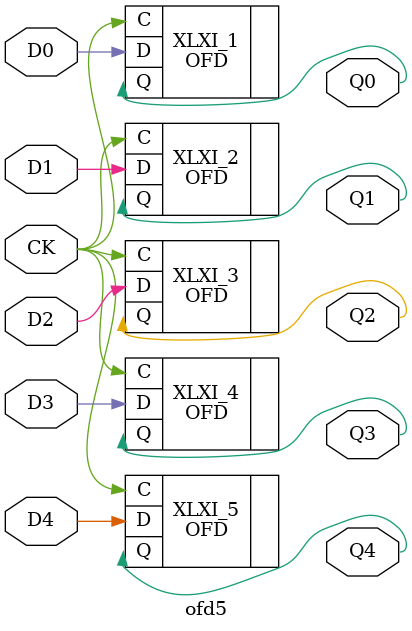
<source format=v>
module ofd5(CK, 
                                D0, 
                                D1, 
                                D2, 
                                D3, 
                                D4, 
                                Q0, 
                                Q1, 
                                Q2, 
                                Q3, 
                                Q4);

    input CK;
    input D0;
    input D1;
    input D2;
    input D3;
    input D4;
   output Q0;
   output Q1;
   output Q2;
   output Q3;
   output Q4;
   
   
   (* HU_SET = "XLXI_1_26" *) 
   OFD #( .INIT(1'b0) ) XLXI_1 (.C(CK), 
                                     .D(D0), 
                                     .Q(Q0));
   (* HU_SET = "XLXI_2_27" *) 
   OFD #( .INIT(1'b0) ) XLXI_2 (.C(CK), 
                                     .D(D1), 
                                     .Q(Q1));
   (* HU_SET = "XLXI_3_28" *) 
   OFD #( .INIT(1'b0) ) XLXI_3 (.C(CK), 
                                     .D(D2), 
                                     .Q(Q2));
   (* HU_SET = "XLXI_4_29" *) 
   OFD #( .INIT(1'b0) ) XLXI_4 (.C(CK), 
                                     .D(D3), 
                                     .Q(Q3));
   (* HU_SET = "XLXI_5_30" *) 
   OFD #( .INIT(1'b0) ) XLXI_5 (.C(CK), 
                                     .D(D4), 
                                     .Q(Q4));
endmodule
</source>
